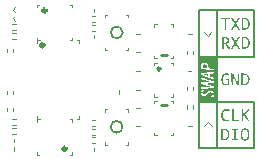
<source format=gto>
G04 Layer: TopSilkscreenLayer*
G04 EasyEDA Pro v2.2.20.32, 2024-06-04 01:45:36*
G04 Gerber Generator version 0.3*
G04 Scale: 100 percent, Rotated: No, Reflected: No*
G04 Dimensions in millimeters*
G04 Leading zeros omitted, absolute positions, 3 integers and 5 decimals*
%FSLAX35Y35*%
%MOMM*%
%ADD10C,0.172*%
%ADD11C,0.1*%
%ADD12C,0.254*%
%ADD13C,0.21*%
%ADD14C,0.3*%
G75*


G04 Text Start*
G36*
G01X1116997Y422603D02*
G01X1112701Y422391D01*
G01X1105913Y422603D01*
G01X1104216Y423664D01*
G01X1102944Y425573D01*
G01X1101883Y427270D01*
G01X1099974Y431088D01*
G01X1098701Y433209D01*
G01X1097641Y434906D01*
G01X1096792Y436603D01*
G01X1095095Y439573D01*
G01X1092974Y443391D01*
G01X1091913Y445512D01*
G01X1090853Y447209D01*
G01X1089156Y450179D01*
G01X1088520Y451451D01*
G01X1087883Y452512D01*
G01X1085338Y456967D01*
G01X1083217Y460785D01*
G01X1081520Y463754D01*
G01X1080989Y464444D01*
G01X1080247Y464391D01*
G01X1078762Y462906D01*
G01X1077701Y461209D01*
G01X1076853Y459724D01*
G01X1075792Y457815D01*
G01X1074732Y456118D01*
G01X1073883Y454633D01*
G01X1073035Y453361D01*
G01X1070489Y448906D01*
G01X1069641Y447209D01*
G01X1068792Y445724D01*
G01X1067732Y443815D01*
G01X1066671Y442118D01*
G01X1065823Y440633D01*
G01X1064762Y438724D01*
G01X1063701Y437027D01*
G01X1062853Y435542D01*
G01X1062004Y434270D01*
G01X1061156Y432785D01*
G01X1060308Y431088D01*
G01X1056914Y425149D01*
G01X1055853Y423452D01*
G01X1055217Y422391D01*
G01X1049277Y422391D01*
G01X1042914Y422603D01*
G01X1042754Y422974D01*
G01X1043126Y423664D01*
G01X1044186Y425361D01*
G01X1045247Y427270D01*
G01X1047792Y431512D01*
G01X1048853Y433209D01*
G01X1049701Y434694D01*
G01X1050762Y436603D01*
G01X1053308Y440845D01*
G01X1054368Y442542D01*
G01X1055217Y444027D01*
G01X1056277Y445936D01*
G01X1061368Y454421D01*
G01X1062429Y456118D01*
G01X1063277Y457603D01*
G01X1064338Y459512D01*
G01X1068156Y465876D01*
G01X1069217Y467573D01*
G01X1070065Y469057D01*
G01X1071126Y470967D01*
G01X1072398Y473088D01*
G01X1072823Y475209D01*
G01X1072186Y476906D01*
G01X1071126Y478603D01*
G01X1062217Y493452D01*
G01X1060095Y496845D01*
G01X1055004Y505330D01*
G01X1053944Y507027D01*
G01X1053095Y508512D01*
G01X1050974Y511906D01*
G01X1049914Y513815D01*
G01X1048853Y515512D01*
G01X1048005Y516785D01*
G01X1045883Y520179D01*
G01X1045247Y521664D01*
G01X1045035Y522512D01*
G01X1051398Y522512D01*
G01X1056383Y522300D01*
G01X1058611Y521664D01*
G01X1059883Y519967D01*
G01X1060944Y518058D01*
G01X1064762Y511694D01*
G01X1065823Y509997D01*
G01X1069217Y504058D01*
G01X1071338Y500664D01*
G01X1072186Y499179D01*
G01X1073247Y497270D01*
G01X1074520Y495148D01*
G01X1075580Y493452D01*
G01X1076429Y491967D01*
G01X1077489Y490058D01*
G01X1078762Y487936D01*
G01X1079823Y486027D01*
G01X1080353Y485444D01*
G01X1081095Y485391D01*
G01X1081838Y485815D01*
G01X1082368Y486664D01*
G01X1083429Y488573D01*
G01X1084489Y490270D01*
G01X1085338Y491755D01*
G01X1086398Y493452D01*
G01X1090217Y499815D01*
G01X1091277Y501512D01*
G01X1093823Y505967D01*
G01X1095944Y509361D01*
G01X1097004Y511270D01*
G01X1099550Y515512D01*
G01X1100610Y517209D01*
G01X1103156Y521664D01*
G01X1104906Y522300D01*
G01X1109307Y522512D01*
G01X1115671Y522300D01*
G01X1116095Y521664D01*
G01X1115247Y520179D01*
G01X1110156Y511694D01*
G01X1106974Y506603D01*
G01X1106126Y505118D01*
G01X1104004Y501724D01*
G01X1102307Y498755D01*
G01X1101247Y497058D01*
G01X1099974Y495148D01*
G01X1092338Y482421D01*
G01X1091065Y480512D01*
G01X1090217Y479027D01*
G01X1089156Y477330D01*
G01X1088307Y475421D01*
G01X1088944Y473512D01*
G01X1090217Y471391D01*
G01X1091277Y469694D01*
G01X1092126Y468209D01*
G01X1093186Y466300D01*
G01X1094459Y464179D01*
G01X1095520Y462482D01*
G01X1097217Y459512D01*
G01X1099338Y456118D01*
G01X1100186Y454633D01*
G01X1101247Y452724D01*
G01X1102520Y450603D01*
G01X1103580Y448906D01*
G01X1105277Y445936D01*
G01X1107398Y442542D01*
G01X1108247Y441058D01*
G01X1109307Y439148D01*
G01X1110368Y437452D01*
G01X1111216Y435967D01*
G01X1112065Y434694D01*
G01X1112913Y433209D01*
G01X1113974Y431300D01*
G01X1115035Y429603D01*
G01X1115883Y428330D01*
G01X1116732Y426845D01*
G01X1117792Y424936D01*
G01X1118429Y423239D01*
G01X1116997Y422603D01*
G37*
G36*
G01X1003035Y423239D02*
G01X1001285Y422603D01*
G01X996883Y422391D01*
G01X990732Y422603D01*
G01X990307Y466936D01*
G01X990307Y511058D01*
G01X976520Y511058D01*
G01X966020Y511217D01*
G01X962095Y511694D01*
G01X961618Y513073D01*
G01X961459Y515936D01*
G01X961671Y521027D01*
G01X961883Y522512D01*
G01X995823Y522512D01*
G01X1030823Y522300D01*
G01X1031883Y522088D01*
G01X1031883Y517633D01*
G01X1031671Y512118D01*
G01X1031459Y511058D01*
G01X1003459Y511058D01*
G01X1003459Y467573D01*
G01X1003035Y423239D01*
G37*
G36*
G01X1159792Y422603D02*
G01X1146004Y422391D01*
G01X1132429Y422603D01*
G01X1132331Y433845D01*
G01X1145156Y433845D01*
G01X1151095Y433845D01*
G01X1157671Y434058D01*
G01X1159156Y434270D01*
G01X1161065Y434482D01*
G01X1162762Y434906D01*
G01X1164671Y435330D01*
G01X1166792Y435967D01*
G01X1168914Y436815D01*
G01X1171247Y437876D01*
G01X1173368Y439148D01*
G01X1174853Y440209D01*
G01X1175914Y440845D01*
G01X1176974Y441694D01*
G01X1179095Y443815D01*
G01X1179944Y444876D01*
G01X1182065Y447845D01*
G01X1182914Y449330D01*
G01X1183762Y451027D01*
G01X1185671Y456118D01*
G01X1186095Y457815D01*
G01X1186308Y459300D01*
G01X1186732Y460997D01*
G01X1187156Y463118D01*
G01X1187368Y465027D01*
G01X1187580Y472664D01*
G01X1187368Y480300D01*
G01X1186944Y483694D01*
G01X1186095Y487512D01*
G01X1185883Y488997D01*
G01X1185459Y490694D01*
G01X1184186Y494088D01*
G01X1183550Y495573D01*
G01X1182701Y497270D01*
G01X1181641Y498967D01*
G01X1180792Y500239D01*
G01X1179095Y502361D01*
G01X1176974Y504482D01*
G01X1175489Y505755D01*
G01X1173580Y507027D01*
G01X1171671Y508088D01*
G01X1169762Y508936D01*
G01X1167429Y509785D01*
G01X1165308Y510421D01*
G01X1161065Y511270D01*
G01X1152792Y511482D01*
G01X1145156Y511482D01*
G01X1145156Y433845D01*
G01X1145156Y433845D01*
G01X1132331Y433845D01*
G01X1132004Y471603D01*
G01X1132216Y521452D01*
G01X1132429Y522512D01*
G01X1146641Y522512D01*
G01X1161489Y522300D01*
G01X1163611Y522088D01*
G01X1166368Y521664D01*
G01X1168701Y521027D01*
G01X1172095Y520179D01*
G01X1174005Y519543D01*
G01X1177823Y517846D01*
G01X1179308Y516997D01*
G01X1181004Y516149D01*
G01X1183126Y514876D01*
G01X1184823Y513603D01*
G01X1186944Y511906D01*
G01X1189065Y509785D01*
G01X1190762Y507664D01*
G01X1191823Y506603D01*
G01X1193520Y504058D01*
G01X1194368Y502997D01*
G01X1195217Y501512D01*
G01X1196065Y499815D01*
G01X1197338Y496845D01*
G01X1198186Y494724D01*
G01X1199035Y491967D01*
G01X1199671Y490058D01*
G01X1199883Y488361D01*
G01X1200307Y486451D01*
G01X1200732Y484118D01*
G01X1200944Y481997D01*
G01X1201156Y473936D01*
G01X1200944Y465876D01*
G01X1200732Y463542D01*
G01X1200307Y460573D01*
G01X1199671Y457815D01*
G01X1199247Y455694D01*
G01X1198823Y454209D01*
G01X1198186Y451876D01*
G01X1197338Y449542D01*
G01X1196489Y447633D01*
G01X1194792Y444239D01*
G01X1193732Y442330D01*
G01X1192459Y440421D01*
G01X1191398Y438936D01*
G01X1188853Y435755D01*
G01X1187368Y434270D01*
G01X1184398Y431724D01*
G01X1182277Y430239D01*
G01X1180368Y428967D01*
G01X1178459Y427906D01*
G01X1174641Y426209D01*
G01X1172520Y425361D01*
G01X1170823Y424724D01*
G01X1169338Y424512D01*
G01X1165095Y423452D01*
G01X1161914Y423027D01*
G01X1159792Y422603D01*
G37*
G36*
G01X1118429Y262190D02*
G01X1116997Y261554D01*
G01X1112701Y261342D01*
G01X1105913Y261554D01*
G01X1104216Y262614D01*
G01X1102944Y264523D01*
G01X1101883Y266220D01*
G01X1099974Y270039D01*
G01X1098701Y272160D01*
G01X1097641Y273857D01*
G01X1096792Y275554D01*
G01X1095095Y278523D01*
G01X1092974Y282342D01*
G01X1091913Y284463D01*
G01X1090853Y286160D01*
G01X1089156Y289129D01*
G01X1088520Y290402D01*
G01X1087883Y291463D01*
G01X1085338Y295917D01*
G01X1083217Y299736D01*
G01X1081520Y302705D01*
G01X1080989Y303395D01*
G01X1080247Y303342D01*
G01X1078762Y301857D01*
G01X1077701Y300160D01*
G01X1076853Y298675D01*
G01X1075792Y296766D01*
G01X1074732Y295069D01*
G01X1073883Y293584D01*
G01X1073035Y292311D01*
G01X1070489Y287857D01*
G01X1069641Y286160D01*
G01X1068792Y284675D01*
G01X1067732Y282766D01*
G01X1066671Y281069D01*
G01X1065823Y279584D01*
G01X1064762Y277675D01*
G01X1063701Y275978D01*
G01X1062853Y274493D01*
G01X1062004Y273220D01*
G01X1061156Y271736D01*
G01X1060308Y270039D01*
G01X1056914Y264099D01*
G01X1055853Y262402D01*
G01X1055217Y261342D01*
G01X1049277Y261342D01*
G01X1042914Y261554D01*
G01X1042754Y261925D01*
G01X1043126Y262614D01*
G01X1044186Y264311D01*
G01X1045247Y266220D01*
G01X1047792Y270463D01*
G01X1048853Y272160D01*
G01X1049701Y273645D01*
G01X1050762Y275554D01*
G01X1053308Y279796D01*
G01X1054368Y281493D01*
G01X1055217Y282978D01*
G01X1056277Y284887D01*
G01X1061368Y293372D01*
G01X1062429Y295069D01*
G01X1063277Y296554D01*
G01X1064338Y298463D01*
G01X1068156Y304827D01*
G01X1069217Y306524D01*
G01X1070065Y308008D01*
G01X1071126Y309917D01*
G01X1072398Y312039D01*
G01X1072823Y314160D01*
G01X1072186Y315857D01*
G01X1071126Y317554D01*
G01X1062217Y332402D01*
G01X1060095Y335796D01*
G01X1055004Y344281D01*
G01X1053944Y345978D01*
G01X1053095Y347463D01*
G01X1050974Y350857D01*
G01X1049914Y352766D01*
G01X1048853Y354463D01*
G01X1048005Y355736D01*
G01X1045883Y359130D01*
G01X1045247Y360614D01*
G01X1045035Y361463D01*
G01X1051398Y361463D01*
G01X1056383Y361251D01*
G01X1058611Y360614D01*
G01X1059883Y358917D01*
G01X1060944Y357008D01*
G01X1064762Y350645D01*
G01X1065823Y348948D01*
G01X1069217Y343008D01*
G01X1071338Y339615D01*
G01X1072186Y338130D01*
G01X1073247Y336221D01*
G01X1074520Y334099D01*
G01X1075580Y332402D01*
G01X1076429Y330918D01*
G01X1077489Y329008D01*
G01X1078762Y326887D01*
G01X1079823Y324978D01*
G01X1080353Y324395D01*
G01X1081095Y324342D01*
G01X1081838Y324766D01*
G01X1082368Y325615D01*
G01X1083429Y327524D01*
G01X1084489Y329221D01*
G01X1085338Y330705D01*
G01X1086398Y332402D01*
G01X1090217Y338766D01*
G01X1091277Y340463D01*
G01X1093823Y344918D01*
G01X1095944Y348311D01*
G01X1097004Y350221D01*
G01X1099550Y354463D01*
G01X1100610Y356160D01*
G01X1103156Y360614D01*
G01X1104906Y361251D01*
G01X1109307Y361463D01*
G01X1115671Y361251D01*
G01X1116095Y360614D01*
G01X1115247Y359130D01*
G01X1110156Y350645D01*
G01X1106974Y345554D01*
G01X1106126Y344069D01*
G01X1104004Y340675D01*
G01X1102307Y337705D01*
G01X1101247Y336008D01*
G01X1099974Y334099D01*
G01X1092338Y321372D01*
G01X1091065Y319463D01*
G01X1090217Y317978D01*
G01X1089156Y316281D01*
G01X1088307Y314372D01*
G01X1088944Y312463D01*
G01X1090217Y310342D01*
G01X1091277Y308645D01*
G01X1092126Y307160D01*
G01X1093186Y305251D01*
G01X1094459Y303130D01*
G01X1095520Y301433D01*
G01X1097217Y298463D01*
G01X1099338Y295069D01*
G01X1100186Y293584D01*
G01X1101247Y291675D01*
G01X1102520Y289554D01*
G01X1103580Y287857D01*
G01X1105277Y284887D01*
G01X1107398Y281493D01*
G01X1108247Y280008D01*
G01X1109307Y278099D01*
G01X1110368Y276402D01*
G01X1111216Y274917D01*
G01X1112065Y273645D01*
G01X1112913Y272160D01*
G01X1113974Y270251D01*
G01X1115035Y268554D01*
G01X1115883Y267281D01*
G01X1116732Y265796D01*
G01X1117792Y263887D01*
G01X1118429Y262190D01*
G37*
G36*
G01X1161914Y261978D02*
G01X1159792Y261554D01*
G01X1146004Y261342D01*
G01X1132429Y261554D01*
G01X1132331Y272796D01*
G01X1145156Y272796D01*
G01X1151095Y272796D01*
G01X1157671Y273008D01*
G01X1159156Y273220D01*
G01X1161065Y273433D01*
G01X1162762Y273857D01*
G01X1164671Y274281D01*
G01X1166792Y274917D01*
G01X1168914Y275766D01*
G01X1171247Y276826D01*
G01X1173368Y278099D01*
G01X1174853Y279160D01*
G01X1175914Y279796D01*
G01X1176974Y280645D01*
G01X1179095Y282766D01*
G01X1179944Y283826D01*
G01X1182065Y286796D01*
G01X1182914Y288281D01*
G01X1183762Y289978D01*
G01X1185671Y295069D01*
G01X1186095Y296766D01*
G01X1186308Y298251D01*
G01X1186732Y299948D01*
G01X1187156Y302069D01*
G01X1187368Y303978D01*
G01X1187580Y311614D01*
G01X1187368Y319251D01*
G01X1186944Y322645D01*
G01X1186095Y326463D01*
G01X1185883Y327948D01*
G01X1185459Y329645D01*
G01X1184186Y333039D01*
G01X1183550Y334524D01*
G01X1182701Y336221D01*
G01X1181641Y337918D01*
G01X1180792Y339190D01*
G01X1179095Y341311D01*
G01X1176974Y343433D01*
G01X1175489Y344705D01*
G01X1173580Y345978D01*
G01X1171671Y347039D01*
G01X1169762Y347887D01*
G01X1167429Y348736D01*
G01X1165308Y349372D01*
G01X1161065Y350221D01*
G01X1152792Y350433D01*
G01X1145156Y350433D01*
G01X1145156Y272796D01*
G01X1145156Y272796D01*
G01X1132331Y272796D01*
G01X1132004Y310554D01*
G01X1132216Y360402D01*
G01X1132429Y361463D01*
G01X1146641Y361463D01*
G01X1161489Y361251D01*
G01X1163611Y361039D01*
G01X1166368Y360614D01*
G01X1168701Y359978D01*
G01X1172095Y359130D01*
G01X1174005Y358493D01*
G01X1177823Y356796D01*
G01X1179308Y355948D01*
G01X1181004Y355099D01*
G01X1183126Y353827D01*
G01X1184823Y352554D01*
G01X1186944Y350857D01*
G01X1189065Y348736D01*
G01X1190762Y346614D01*
G01X1191823Y345554D01*
G01X1193520Y343008D01*
G01X1194368Y341948D01*
G01X1195217Y340463D01*
G01X1196065Y338766D01*
G01X1197338Y335796D01*
G01X1198186Y333675D01*
G01X1199035Y330918D01*
G01X1199671Y329008D01*
G01X1199883Y327312D01*
G01X1200307Y325402D01*
G01X1200732Y323069D01*
G01X1200944Y320948D01*
G01X1201156Y312887D01*
G01X1200944Y304827D01*
G01X1200732Y302493D01*
G01X1200307Y299523D01*
G01X1199671Y296766D01*
G01X1199247Y294645D01*
G01X1198823Y293160D01*
G01X1198186Y290826D01*
G01X1197338Y288493D01*
G01X1196489Y286584D01*
G01X1194792Y283190D01*
G01X1193732Y281281D01*
G01X1192459Y279372D01*
G01X1191398Y277887D01*
G01X1188853Y274705D01*
G01X1187368Y273220D01*
G01X1184398Y270675D01*
G01X1182277Y269190D01*
G01X1180368Y267917D01*
G01X1178459Y266857D01*
G01X1174641Y265160D01*
G01X1172520Y264311D01*
G01X1170823Y263675D01*
G01X1169338Y263463D01*
G01X1165095Y262402D01*
G01X1161914Y261978D01*
G37*
G36*
G01X1034217Y261766D02*
G01X1027429Y261342D01*
G01X1020217Y261766D01*
G01X1018944Y263251D01*
G01X1017883Y264948D01*
G01X1017035Y266433D01*
G01X1015974Y268342D01*
G01X1014914Y270039D01*
G01X1014065Y271523D01*
G01X1013005Y273433D01*
G01X1011732Y275554D01*
G01X1010671Y277463D01*
G01X1008974Y280433D01*
G01X1007914Y282342D01*
G01X1006853Y284039D01*
G01X1006004Y285523D01*
G01X1004944Y287432D01*
G01X1003883Y289129D01*
G01X1003035Y290614D01*
G01X1002186Y291887D01*
G01X999641Y296342D01*
G01X998792Y298039D01*
G01X997944Y299523D01*
G01X997095Y300796D01*
G01X996459Y302069D01*
G01X994338Y302705D01*
G01X988398Y302917D01*
G01X980550Y302917D01*
G01X980550Y282766D01*
G01X980126Y261978D01*
G01X978376Y261501D01*
G01X973974Y261342D01*
G01X967823Y261554D01*
G01X967398Y310554D01*
G01X967491Y332402D01*
G01X980550Y332402D01*
G01X980762Y314160D01*
G01X989035Y313948D01*
G01X997732Y314160D01*
G01X1000065Y314584D01*
G01X1002610Y315221D01*
G01X1004732Y316069D01*
G01X1006641Y316918D01*
G01X1008338Y317978D01*
G01X1009823Y319251D01*
G01X1010883Y320312D01*
G01X1011944Y321796D01*
G01X1012792Y323705D01*
G01X1013429Y325615D01*
G01X1013853Y327312D01*
G01X1014065Y331978D01*
G01X1013853Y337069D01*
G01X1013429Y338766D01*
G01X1013005Y340251D01*
G01X1012156Y342160D01*
G01X1010883Y344281D01*
G01X1009611Y345766D01*
G01X1008126Y346827D01*
G01X1006217Y347887D01*
G01X1004520Y348736D01*
G01X1002610Y349372D01*
G01X1000277Y349796D01*
G01X998580Y350221D01*
G01X989247Y350433D01*
G01X980550Y350433D01*
G01X980550Y332402D01*
G01X980550Y332402D01*
G01X967491Y332402D01*
G01X967610Y360402D01*
G01X967823Y361463D01*
G01X982459Y361463D01*
G01X997732Y361251D01*
G01X1000701Y361039D01*
G01X1003883Y360614D01*
G01X1006217Y359978D01*
G01X1008762Y359342D01*
G01X1012156Y358069D01*
G01X1015550Y356372D01*
G01X1017035Y355524D01*
G01X1020217Y352978D01*
G01X1021702Y351493D01*
G01X1022974Y349796D01*
G01X1024035Y348311D01*
G01X1024883Y346614D01*
G01X1025520Y345130D01*
G01X1026156Y343221D01*
G01X1026792Y341099D01*
G01X1027217Y339402D01*
G01X1027429Y337918D01*
G01X1027641Y334311D01*
G01X1027429Y330705D01*
G01X1027005Y327312D01*
G01X1026580Y325402D01*
G01X1025944Y323281D01*
G01X1025308Y321584D01*
G01X1024671Y320099D01*
G01X1023823Y318615D01*
G01X1022762Y316918D01*
G01X1021702Y315433D01*
G01X1019580Y313311D01*
G01X1017459Y311614D01*
G01X1015974Y310342D01*
G01X1014277Y309281D01*
G01X1012580Y308433D01*
G01X1011095Y307584D01*
G01X1009398Y306948D01*
G01X1008497Y306576D01*
G01X1008338Y305887D01*
G01X1009186Y303978D01*
G01X1010247Y302281D01*
G01X1011095Y300796D01*
G01X1012792Y298251D01*
G01X1013641Y296766D01*
G01X1014701Y295069D01*
G01X1017247Y290826D01*
G01X1018308Y289129D01*
G01X1020005Y286160D01*
G01X1023186Y281069D01*
G01X1032095Y266220D01*
G01X1033368Y264311D01*
G01X1034217Y262827D01*
G01X1034217Y261766D01*
G37*
G36*
G01X998013Y-351817D02*
G01X1004377Y-352029D01*
G01X1010953Y-351817D01*
G01X1013498Y-351393D01*
G01X1016256Y-351181D01*
G01X1017740Y-350969D01*
G01X1021559Y-350120D01*
G01X1023043Y-349696D01*
G01X1026437Y-348423D01*
G01X1027710Y-347575D01*
G01X1028134Y-342060D01*
G01X1027975Y-338348D01*
G01X1027498Y-336969D01*
G01X1026225Y-336969D01*
G01X1024316Y-337605D01*
G01X1021559Y-338241D01*
G01X1019225Y-338878D01*
G01X1017528Y-339302D01*
G01X1016043Y-339514D01*
G01X1012225Y-339938D01*
G01X1010104Y-340363D01*
G01X1004589Y-340575D01*
G01X999922Y-340363D01*
G01X997801Y-339938D01*
G01X994831Y-339302D01*
G01X992498Y-338453D01*
G01X990589Y-337605D01*
G01X988680Y-336544D01*
G01X986983Y-335484D01*
G01X984437Y-333363D01*
G01X982953Y-331878D01*
G01X981680Y-330393D01*
G01X980831Y-329332D01*
G01X980195Y-328272D01*
G01X979347Y-326999D01*
G01X978286Y-325090D01*
G01X977437Y-323181D01*
G01X976801Y-321696D01*
G01X976165Y-319787D01*
G01X975528Y-317666D01*
G01X975104Y-315969D01*
G01X974468Y-311514D01*
G01X974044Y-309817D01*
G01X973831Y-307484D01*
G01X973619Y-305575D01*
G01X973407Y-300484D01*
G01X973619Y-295393D01*
G01X974044Y-290726D01*
G01X974468Y-289029D01*
G01X974892Y-286484D01*
G01X975528Y-284363D01*
G01X976801Y-280545D01*
G01X978074Y-277575D01*
G01X979771Y-274605D01*
G01X980619Y-273332D01*
G01X983165Y-269938D01*
G01X985286Y-267817D01*
G01X986559Y-266757D01*
G01X987831Y-265908D01*
G01X989316Y-264848D01*
G01X991225Y-263787D01*
G01X992922Y-262939D01*
G01X994619Y-262302D01*
G01X996104Y-261878D01*
G01X997801Y-261454D01*
G01X1000134Y-261029D01*
G01X1002043Y-260605D01*
G01X1006074Y-260393D01*
G01X1010104Y-260605D01*
G01X1012225Y-261029D01*
G01X1015195Y-261454D01*
G01X1017528Y-262090D01*
G01X1019437Y-262726D01*
G01X1021134Y-263363D01*
G01X1024953Y-265060D01*
G01X1026225Y-265272D01*
G01X1027286Y-263999D01*
G01X1030680Y-257211D01*
G01X1031316Y-255514D01*
G01X1031263Y-254984D01*
G01X1030680Y-254666D01*
G01X1026225Y-252757D01*
G01X1024528Y-252120D01*
G01X1022831Y-251696D01*
G01X1018589Y-250423D01*
G01X1015619Y-249999D01*
G01X1008831Y-249151D01*
G01X1004377Y-248939D01*
G01X999922Y-249151D01*
G01X998225Y-249575D01*
G01X996316Y-249787D01*
G01X994831Y-249999D01*
G01X991437Y-250848D01*
G01X989528Y-251484D01*
G01X987407Y-252332D01*
G01X983589Y-254029D01*
G01X982104Y-254878D01*
G01X980407Y-255939D01*
G01X978286Y-257423D01*
G01X976165Y-259120D01*
G01X971498Y-263787D01*
G01X970650Y-264848D01*
G01X970013Y-265908D01*
G01X969165Y-266969D01*
G01X968316Y-268242D01*
G01X967256Y-269938D01*
G01X966195Y-271848D01*
G01X964498Y-275242D01*
G01X963862Y-277151D01*
G01X963225Y-278848D01*
G01X962589Y-280757D01*
G01X962165Y-282666D01*
G01X961528Y-284787D01*
G01X960892Y-288181D01*
G01X960468Y-291999D01*
G01X960044Y-294544D01*
G01X959831Y-301544D01*
G01X960044Y-308544D01*
G01X960468Y-311090D01*
G01X960892Y-314908D01*
G01X961528Y-317878D01*
G01X962165Y-320423D01*
G01X962801Y-322757D01*
G01X964074Y-326575D01*
G01X964922Y-328484D01*
G01X965983Y-330605D01*
G01X967044Y-332514D01*
G01X967892Y-333999D01*
G01X968741Y-335272D01*
G01X971286Y-338666D01*
G01X975528Y-342908D01*
G01X976589Y-343757D01*
G01X977650Y-344393D01*
G01X979134Y-345454D01*
G01X980831Y-346514D01*
G01X984225Y-348211D01*
G01X985710Y-348848D01*
G01X987407Y-349484D01*
G01X989740Y-350120D01*
G01X991862Y-350544D01*
G01X993559Y-350969D01*
G01X995468Y-351181D01*
G01X996953Y-351393D01*
G01X998013Y-351817D01*
G37*
G36*
G01X1133771Y-350544D02*
G01X1139922Y-350757D01*
G01X1144324Y-350544D01*
G01X1146074Y-349908D01*
G01X1146498Y-329757D01*
G01X1146657Y-315173D01*
G01X1147134Y-310029D01*
G01X1148195Y-308969D01*
G01X1149256Y-308120D01*
G01X1150316Y-307484D01*
G01X1154559Y-304090D01*
G01X1155619Y-303454D01*
G01X1156203Y-303507D01*
G01X1156680Y-304090D01*
G01X1157528Y-305575D01*
G01X1159650Y-308969D01*
G01X1160710Y-310454D01*
G01X1162831Y-313847D01*
G01X1164104Y-315757D01*
G01X1165377Y-317878D01*
G01X1169195Y-323605D01*
G01X1171316Y-326999D01*
G01X1172589Y-328908D01*
G01X1174710Y-332302D01*
G01X1175771Y-333787D01*
G01X1177468Y-336757D01*
G01X1178316Y-337817D01*
G01X1179165Y-339090D01*
G01X1180225Y-340787D01*
G01X1182771Y-344605D01*
G01X1184044Y-346726D01*
G01X1185316Y-348635D01*
G01X1186377Y-349908D01*
G01X1187862Y-350544D01*
G01X1194650Y-350757D01*
G01X1198945Y-350544D01*
G01X1200377Y-349908D01*
G01X1199953Y-348635D01*
G01X1198892Y-347151D01*
G01X1197619Y-345029D01*
G01X1196559Y-343544D01*
G01X1195710Y-342272D01*
G01X1194650Y-340575D01*
G01X1190832Y-334847D01*
G01X1189771Y-333150D01*
G01X1188922Y-331878D01*
G01X1187862Y-330181D01*
G01X1182771Y-322544D01*
G01X1181498Y-320423D01*
G01X1178953Y-316605D01*
G01X1177892Y-314908D01*
G01X1177044Y-313635D01*
G01X1175983Y-311938D01*
G01X1172165Y-306211D01*
G01X1171104Y-304514D01*
G01X1168559Y-300696D01*
G01X1167498Y-298999D01*
G01X1166225Y-297090D01*
G01X1165165Y-295393D01*
G01X1164740Y-293908D01*
G01X1165377Y-292635D01*
G01X1167922Y-289666D01*
G01X1171316Y-285423D01*
G01X1173437Y-282878D01*
G01X1176831Y-278635D01*
G01X1178104Y-277151D01*
G01X1179165Y-275666D01*
G01X1181710Y-272484D01*
G01X1182771Y-271423D01*
G01X1187013Y-266332D01*
G01X1190407Y-262090D01*
G01X1192528Y-259545D01*
G01X1194225Y-257423D01*
G01X1196771Y-254454D01*
G01X1198468Y-252332D01*
G01X1199104Y-251272D01*
G01X1197407Y-250795D01*
G01X1192316Y-250636D01*
G01X1187119Y-250795D01*
G01X1185104Y-251272D01*
G01X1180013Y-257636D01*
G01X1178953Y-258696D01*
G01X1178104Y-259757D01*
G01X1177468Y-260817D01*
G01X1174922Y-263999D01*
G01X1173862Y-265060D01*
G01X1158589Y-284151D01*
G01X1157528Y-285423D01*
G01X1156680Y-286696D01*
G01X1154134Y-289878D01*
G01X1152862Y-291575D01*
G01X1151377Y-293696D01*
G01X1150316Y-295181D01*
G01X1149468Y-296241D01*
G01X1148407Y-297726D01*
G01X1147346Y-298999D01*
G01X1146498Y-299211D01*
G01X1146286Y-297938D01*
G01X1146498Y-273969D01*
G01X1146498Y-251060D01*
G01X1145437Y-250848D01*
G01X1139074Y-250636D01*
G01X1133771Y-250636D01*
G01X1133559Y-251696D01*
G01X1133346Y-301544D01*
G01X1133771Y-350544D01*
G37*
G36*
G01X1051256Y-350544D02*
G01X1079044Y-350757D01*
G01X1099831Y-350597D01*
G01X1107044Y-350120D01*
G01X1107468Y-344605D01*
G01X1107309Y-340840D01*
G01X1106831Y-339302D01*
G01X1085195Y-338878D01*
G01X1064195Y-338878D01*
G01X1064195Y-251060D01*
G01X1063135Y-250848D01*
G01X1056559Y-250636D01*
G01X1051044Y-250636D01*
G01X1051044Y-300484D01*
G01X1051256Y-350544D01*
G37*
G36*
G01X1155190Y-515355D02*
G01X1160917Y-515779D01*
G01X1166432Y-515567D01*
G01X1168129Y-515142D01*
G01X1170250Y-514718D01*
G01X1171947Y-514294D01*
G01X1173856Y-513658D01*
G01X1175978Y-512809D01*
G01X1179796Y-510688D01*
G01X1181069Y-509627D01*
G01X1183190Y-507930D01*
G01X1186372Y-504749D01*
G01X1188068Y-502627D01*
G01X1188917Y-501355D01*
G01X1189553Y-500082D01*
G01X1190402Y-498809D01*
G01X1191250Y-497324D01*
G01X1193796Y-491385D01*
G01X1194432Y-489476D01*
G01X1194856Y-487567D01*
G01X1195493Y-485446D01*
G01X1196129Y-482900D01*
G01X1196553Y-480355D01*
G01X1196765Y-478021D01*
G01X1196978Y-476537D01*
G01X1197402Y-474840D01*
G01X1197614Y-463173D01*
G01X1197402Y-451930D01*
G01X1196978Y-450233D01*
G01X1196765Y-448324D01*
G01X1196553Y-446839D01*
G01X1195281Y-441112D01*
G01X1193372Y-435385D01*
G01X1192099Y-432415D01*
G01X1191250Y-430718D01*
G01X1190190Y-428809D01*
G01X1189129Y-427112D01*
G01X1188068Y-425839D01*
G01X1187220Y-424779D01*
G01X1186584Y-423718D01*
G01X1185735Y-422658D01*
G01X1184675Y-421597D01*
G01X1182553Y-419900D01*
G01X1180856Y-418627D01*
G01X1178735Y-417142D01*
G01X1176614Y-416082D01*
G01X1174705Y-415233D01*
G01X1173008Y-414597D01*
G01X1171523Y-414173D01*
G01X1167705Y-413324D01*
G01X1165584Y-412900D01*
G01X1160705Y-412688D01*
G01X1156675Y-412900D01*
G01X1153705Y-413324D01*
G01X1152008Y-413748D01*
G01X1149675Y-414385D01*
G01X1147341Y-415233D01*
G01X1143099Y-417355D01*
G01X1141826Y-418203D01*
G01X1140129Y-419476D01*
G01X1138008Y-421173D01*
G01X1136523Y-422870D01*
G01X1134402Y-425415D01*
G01X1132281Y-428809D01*
G01X1130584Y-432203D01*
G01X1129735Y-434324D01*
G01X1128462Y-438142D01*
G01X1127614Y-440900D01*
G01X1126977Y-443658D01*
G01X1126553Y-445567D01*
G01X1126129Y-448961D01*
G01X1125705Y-451930D01*
G01X1125281Y-456173D01*
G01X1125068Y-464870D01*
G01X1125281Y-473567D01*
G01X1125705Y-477809D01*
G01X1126129Y-480355D01*
G01X1126553Y-483749D01*
G01X1126977Y-485870D01*
G01X1127402Y-487567D01*
G01X1128038Y-489688D01*
G01X1128887Y-492233D01*
G01X1129735Y-494567D01*
G01X1131008Y-497536D01*
G01X1132068Y-499446D01*
G01X1133341Y-501567D01*
G01X1134402Y-503264D01*
G01X1135462Y-504324D01*
G01X1137159Y-506446D01*
G01X1138220Y-507506D01*
G01X1139705Y-508779D01*
G01X1143523Y-511324D01*
G01X1147341Y-513233D01*
G01X1149250Y-513870D01*
G01X1151372Y-514506D01*
G01X1155190Y-515355D01*
G37*
%LPC*%
G36*
G01X1157523Y-504112D02*
G01X1155826Y-503688D01*
G01X1153705Y-503052D01*
G01X1152008Y-502203D01*
G01X1150523Y-501355D01*
G01X1149463Y-500506D01*
G01X1148190Y-499446D01*
G01X1147129Y-498173D01*
G01X1145432Y-496052D01*
G01X1144584Y-494779D01*
G01X1143311Y-492233D01*
G01X1142675Y-490749D01*
G01X1142038Y-489052D01*
G01X1141402Y-486930D01*
G01X1140978Y-485021D01*
G01X1140553Y-483324D01*
G01X1139705Y-479082D01*
G01X1139281Y-476112D01*
G01X1139068Y-472082D01*
G01X1138856Y-469324D01*
G01X1138644Y-463385D01*
G01X1138856Y-457446D01*
G01X1139281Y-451082D01*
G01X1139705Y-448112D01*
G01X1140129Y-445991D01*
G01X1140765Y-443021D01*
G01X1141402Y-440900D01*
G01X1142038Y-438991D01*
G01X1142887Y-436870D01*
G01X1143735Y-434961D01*
G01X1144584Y-433476D01*
G01X1145432Y-432203D01*
G01X1146493Y-430930D01*
G01X1147341Y-429870D01*
G01X1147978Y-429021D01*
G01X1151159Y-426900D01*
G01X1153069Y-425839D01*
G01X1154766Y-425203D01*
G01X1156250Y-424779D01*
G01X1158372Y-424354D01*
G01X1162826Y-424142D01*
G01X1166432Y-424354D01*
G01X1168129Y-424991D01*
G01X1170038Y-425627D01*
G01X1171523Y-426264D01*
G01X1172796Y-427112D01*
G01X1174493Y-428385D01*
G01X1175978Y-429870D01*
G01X1177038Y-431354D01*
G01X1178311Y-433264D01*
G01X1179372Y-435385D01*
G01X1180220Y-437294D01*
G01X1181069Y-439627D01*
G01X1181917Y-442385D01*
G01X1182553Y-445567D01*
G01X1182978Y-448536D01*
G01X1183402Y-450233D01*
G01X1183826Y-454476D01*
G01X1184038Y-464658D01*
G01X1183826Y-474840D01*
G01X1183614Y-477173D01*
G01X1183190Y-479718D01*
G01X1182765Y-482052D01*
G01X1182553Y-484173D01*
G01X1181705Y-487567D01*
G01X1181069Y-489476D01*
G01X1180220Y-491597D01*
G01X1179372Y-493506D01*
G01X1178311Y-495415D01*
G01X1177250Y-497112D01*
G01X1176190Y-498385D01*
G01X1175129Y-499446D01*
G01X1173644Y-500718D01*
G01X1171947Y-501779D01*
G01X1170462Y-502627D01*
G01X1168129Y-503476D01*
G01X1165159Y-504112D01*
G01X1160705Y-504324D01*
G01X1157523Y-504112D01*
G37*
%LPD*%
G36*
G01X960674Y-514294D02*
G01X974038Y-514506D01*
G01X987826Y-514294D01*
G01X989947Y-513870D01*
G01X992281Y-513658D01*
G01X993765Y-513446D01*
G01X997159Y-512597D01*
G01X999068Y-512173D01*
G01X1000978Y-511536D01*
G01X1002675Y-510900D01*
G01X1004159Y-510264D01*
G01X1007129Y-508779D01*
G01X1010099Y-507082D01*
G01X1012008Y-505809D01*
G01X1013493Y-504749D01*
G01X1014341Y-503900D01*
G01X1015826Y-502627D01*
G01X1017311Y-501143D01*
G01X1019856Y-497961D01*
G01X1020917Y-496476D01*
G01X1022190Y-494567D01*
G01X1023250Y-492658D01*
G01X1024947Y-489264D01*
G01X1025796Y-487143D01*
G01X1026432Y-485446D01*
G01X1027705Y-481203D01*
G01X1028129Y-479082D01*
G01X1028766Y-476324D01*
G01X1029190Y-473355D01*
G01X1029402Y-471021D01*
G01X1029614Y-463173D01*
G01X1029402Y-455324D01*
G01X1029190Y-452991D01*
G01X1028766Y-450446D01*
G01X1028341Y-448536D01*
G01X1028129Y-446839D01*
G01X1027493Y-445142D01*
G01X1026856Y-443021D01*
G01X1024947Y-437930D01*
G01X1024099Y-436233D01*
G01X1022826Y-434112D01*
G01X1019856Y-429870D01*
G01X1018160Y-427748D01*
G01X1015614Y-425203D01*
G01X1014129Y-423930D01*
G01X1011159Y-421809D01*
G01X1009463Y-420748D01*
G01X1007766Y-419900D01*
G01X1006281Y-419051D01*
G01X1005008Y-418415D01*
G01X1003523Y-417779D01*
G01X999705Y-416506D01*
G01X997372Y-415870D01*
G01X994826Y-415233D01*
G01X992281Y-414809D01*
G01X989947Y-414597D01*
G01X974887Y-414385D01*
G01X960462Y-414385D01*
G01X960462Y-464234D01*
G01X960674Y-514294D01*
G37*
%LPC*%
G36*
G01X979553Y-503052D02*
G01X973614Y-503052D01*
G01X973614Y-425415D01*
G01X981250Y-425415D01*
G01X989523Y-425627D01*
G01X993765Y-426476D01*
G01X995887Y-427112D01*
G01X998220Y-427961D01*
G01X1000129Y-428809D01*
G01X1002038Y-429870D01*
G01X1003947Y-431142D01*
G01X1005432Y-432415D01*
G01X1007553Y-434536D01*
G01X1008402Y-435597D01*
G01X1009463Y-437082D01*
G01X1010735Y-438991D01*
G01X1011796Y-440900D01*
G01X1012644Y-442809D01*
G01X1013917Y-446203D01*
G01X1014341Y-447900D01*
G01X1014553Y-449385D01*
G01X1015402Y-453203D01*
G01X1015826Y-457021D01*
G01X1016038Y-464446D01*
G01X1015826Y-471870D01*
G01X1015614Y-473567D01*
G01X1014766Y-477385D01*
G01X1014553Y-479082D01*
G01X1014129Y-480567D01*
G01X1013493Y-482264D01*
G01X1012856Y-484173D01*
G01X1012220Y-485870D01*
G01X1010523Y-488840D01*
G01X1009463Y-490536D01*
G01X1008190Y-492021D01*
G01X1006493Y-494143D01*
G01X1005432Y-495203D01*
G01X1004372Y-496052D01*
G01X1003311Y-496688D01*
G01X1001826Y-497749D01*
G01X999705Y-499021D01*
G01X997372Y-500082D01*
G01X995250Y-500930D01*
G01X993129Y-501567D01*
G01X991220Y-501991D01*
G01X989523Y-502415D01*
G01X987614Y-502627D01*
G01X986129Y-502839D01*
G01X979553Y-503052D01*
G37*
%LPD*%
G36*
G01X1051038Y-514294D02*
G01X1077129Y-514506D01*
G01X1096644Y-514347D01*
G01X1103432Y-513870D01*
G01X1103856Y-509627D01*
G01X1103856Y-506021D01*
G01X1102796Y-505809D01*
G01X1099402Y-505597D01*
G01X1096432Y-505385D01*
G01X1089644Y-504961D01*
G01X1085402Y-504536D01*
G01X1084341Y-504112D01*
G01X1083917Y-464021D01*
G01X1083917Y-424142D01*
G01X1085402Y-424142D01*
G01X1087523Y-423930D01*
G01X1097281Y-423506D01*
G01X1101099Y-423082D01*
G01X1102796Y-422870D01*
G01X1103856Y-422870D01*
G01X1103856Y-414385D01*
G01X1050826Y-414385D01*
G01X1050826Y-422870D01*
G01X1052523Y-422870D01*
G01X1054856Y-423082D01*
G01X1058675Y-423506D01*
G01X1068008Y-423930D01*
G01X1069705Y-424142D01*
G01X1070765Y-424142D01*
G01X1070765Y-504324D01*
G01X1069705Y-504324D01*
G01X1068008Y-504536D01*
G01X1063765Y-504961D01*
G01X1056553Y-505385D01*
G01X1053584Y-505597D01*
G01X1051250Y-505597D01*
G01X1051038Y-506658D01*
G01X1050826Y-510900D01*
G01X1051038Y-514294D01*
G37*
G36*
G01X1131122Y-47939D02*
G01X1144697Y-48152D01*
G01X1158485Y-47939D01*
G01X1160607Y-47515D01*
G01X1163789Y-47091D01*
G01X1168031Y-46030D01*
G01X1169516Y-45818D01*
G01X1171213Y-45182D01*
G01X1173334Y-44333D01*
G01X1177152Y-42636D01*
G01X1179061Y-41576D01*
G01X1180970Y-40303D01*
G01X1183092Y-38818D01*
G01X1186061Y-36273D01*
G01X1187546Y-34788D01*
G01X1190092Y-31606D01*
G01X1191152Y-30121D01*
G01X1192425Y-28212D01*
G01X1193486Y-26303D01*
G01X1195183Y-22909D01*
G01X1196031Y-21000D01*
G01X1196879Y-18667D01*
G01X1197516Y-16333D01*
G01X1197940Y-14848D01*
G01X1198364Y-12727D01*
G01X1199001Y-9970D01*
G01X1199425Y-7000D01*
G01X1199637Y-4666D01*
G01X1199849Y3394D01*
G01X1199637Y11455D01*
G01X1199425Y13576D01*
G01X1199001Y15909D01*
G01X1198576Y17818D01*
G01X1198364Y19515D01*
G01X1197728Y21424D01*
G01X1196879Y24182D01*
G01X1196031Y26303D01*
G01X1194758Y29273D01*
G01X1193910Y30970D01*
G01X1193061Y32455D01*
G01X1192213Y33515D01*
G01X1190516Y36061D01*
G01X1189455Y37121D01*
G01X1187758Y39242D01*
G01X1185637Y41364D01*
G01X1183516Y43061D01*
G01X1181819Y44333D01*
G01X1179698Y45606D01*
G01X1178001Y46455D01*
G01X1176516Y47303D01*
G01X1172698Y49000D01*
G01X1170789Y49636D01*
G01X1167395Y50485D01*
G01X1165061Y51121D01*
G01X1162304Y51545D01*
G01X1160182Y51758D01*
G01X1145334Y51970D01*
G01X1131122Y51970D01*
G01X1130910Y50909D01*
G01X1130698Y1061D01*
G01X1131122Y-47939D01*
G37*
%LPC*%
G36*
G01X1149788Y-36697D02*
G01X1143849Y-36697D01*
G01X1143849Y40939D01*
G01X1151485Y40939D01*
G01X1159758Y40727D01*
G01X1164001Y39879D01*
G01X1166122Y39242D01*
G01X1168455Y38394D01*
G01X1170364Y37546D01*
G01X1172273Y36485D01*
G01X1174183Y35212D01*
G01X1175667Y33939D01*
G01X1177789Y31818D01*
G01X1179486Y29697D01*
G01X1180334Y28424D01*
G01X1181395Y26727D01*
G01X1182243Y25030D01*
G01X1182880Y23546D01*
G01X1184152Y20152D01*
G01X1184576Y18455D01*
G01X1184789Y16970D01*
G01X1185637Y13152D01*
G01X1186061Y9758D01*
G01X1186273Y2121D01*
G01X1186061Y-5515D01*
G01X1185849Y-7424D01*
G01X1185425Y-9545D01*
G01X1185001Y-11242D01*
G01X1184789Y-12727D01*
G01X1184364Y-14424D01*
G01X1182455Y-19515D01*
G01X1181607Y-21212D01*
G01X1180758Y-22697D01*
G01X1178637Y-25667D01*
G01X1177789Y-26727D01*
G01X1175667Y-28848D01*
G01X1174607Y-29697D01*
G01X1173546Y-30333D01*
G01X1172061Y-31394D01*
G01X1169940Y-32667D01*
G01X1167607Y-33727D01*
G01X1165485Y-34576D01*
G01X1163364Y-35212D01*
G01X1161455Y-35636D01*
G01X1159758Y-36061D01*
G01X1157849Y-36273D01*
G01X1156364Y-36485D01*
G01X1149788Y-36697D01*
G37*
%LPD*%
G36*
G01X994091Y-49212D02*
G01X1000031Y-49424D01*
G01X1006182Y-49212D01*
G01X1008728Y-48788D01*
G01X1011485Y-48576D01*
G01X1015940Y-47939D01*
G01X1020182Y-46879D01*
G01X1022940Y-46030D01*
G01X1025485Y-45182D01*
G01X1027607Y-44333D01*
G01X1028243Y-37970D01*
G01X1028455Y-19727D01*
G01X1028455Y4455D01*
G01X1027395Y4667D01*
G01X1012970Y4879D01*
G01X999607Y4879D01*
G01X999394Y3818D01*
G01X999182Y-1697D01*
G01X999182Y-6151D01*
G01X1000243Y-6363D01*
G01X1008516Y-6576D01*
G01X1015728Y-6576D01*
G01X1015728Y-36273D01*
G01X1014031Y-36485D01*
G01X1011698Y-36909D01*
G01X1010213Y-37121D01*
G01X1008516Y-37545D01*
G01X1001940Y-37970D01*
G01X995364Y-37545D01*
G01X993243Y-36909D01*
G01X991334Y-36273D01*
G01X990061Y-35636D01*
G01X988576Y-34788D01*
G01X986667Y-33515D01*
G01X985182Y-32242D01*
G01X984122Y-31182D01*
G01X982849Y-29697D01*
G01X981788Y-28000D01*
G01X980940Y-26727D01*
G01X980092Y-25242D01*
G01X979243Y-23333D01*
G01X978395Y-21000D01*
G01X977758Y-19091D01*
G01X977334Y-17394D01*
G01X976698Y-15060D01*
G01X976273Y-12939D01*
G01X976061Y-11454D01*
G01X975637Y-7212D01*
G01X975213Y-3818D01*
G01X975001Y2333D01*
G01X975213Y8485D01*
G01X975637Y11455D01*
G01X976061Y15697D01*
G01X976910Y19515D01*
G01X977546Y21636D01*
G01X978395Y23970D01*
G01X979031Y25667D01*
G01X979667Y27152D01*
G01X980516Y28849D01*
G01X981788Y30970D01*
G01X984334Y34364D01*
G01X985819Y35849D01*
G01X987940Y37546D01*
G01X989213Y38394D01*
G01X990698Y39242D01*
G01X992395Y40091D01*
G01X993879Y40727D01*
G01X995576Y41152D01*
G01X997698Y41576D01*
G01X999394Y42000D01*
G01X1003001Y42212D01*
G01X1006607Y42000D01*
G01X1010849Y41152D01*
G01X1012334Y40727D01*
G01X1017425Y38818D01*
G01X1019122Y37970D01*
G01X1020607Y37121D01*
G01X1021667Y36697D01*
G01X1022304Y37546D01*
G01X1022940Y39030D01*
G01X1023789Y40727D01*
G01X1024637Y42636D01*
G01X1026546Y47091D01*
G01X1026493Y47621D01*
G01X1025910Y47939D01*
G01X1019970Y50485D01*
G01X1018273Y51121D01*
G01X1016152Y51758D01*
G01X1014243Y52182D01*
G01X1009152Y53030D01*
G01X1005758Y53455D01*
G01X1001940Y53667D01*
G01X998122Y53455D01*
G01X996425Y53030D01*
G01X994516Y52818D01*
G01X993031Y52606D01*
G01X991122Y51970D01*
G01X989001Y51333D01*
G01X987516Y50697D01*
G01X985819Y50061D01*
G01X984334Y49424D01*
G01X982849Y48576D01*
G01X981364Y47515D01*
G01X978819Y45818D01*
G01X977758Y44758D01*
G01X976061Y43485D01*
G01X974576Y42000D01*
G01X972879Y39879D01*
G01X971607Y38182D01*
G01X970122Y36061D01*
G01X967576Y31818D01*
G01X966728Y29909D01*
G01X966092Y28424D01*
G01X965455Y26727D01*
G01X964819Y24818D01*
G01X963546Y20576D01*
G01X963122Y18667D01*
G01X962910Y16970D01*
G01X962486Y14849D01*
G01X962061Y11879D01*
G01X961849Y8273D01*
G01X961637Y5515D01*
G01X961425Y1485D01*
G01X961637Y-2545D01*
G01X962061Y-9757D01*
G01X962486Y-12727D01*
G01X963334Y-16970D01*
G01X964182Y-20364D01*
G01X965455Y-24182D01*
G01X966092Y-25879D01*
G01X966940Y-27788D01*
G01X967789Y-29485D01*
G01X968849Y-31394D01*
G01X970122Y-33515D01*
G01X971395Y-35424D01*
G01X972455Y-36909D01*
G01X976698Y-41152D01*
G01X978182Y-42424D01*
G01X980304Y-43909D01*
G01X982425Y-45182D01*
G01X985819Y-46879D01*
G01X987940Y-47515D01*
G01X989849Y-48152D01*
G01X991546Y-48576D01*
G01X993031Y-48788D01*
G01X994091Y-49212D01*
G37*
G36*
G01X1047122Y-47939D02*
G01X1052849Y-48152D01*
G01X1058152Y-48152D01*
G01X1058364Y-47091D01*
G01X1058576Y-13788D01*
G01X1058364Y19091D01*
G01X1057940Y29273D01*
G01X1057728Y31818D01*
G01X1057834Y33197D01*
G01X1058152Y33515D01*
G01X1059001Y32243D01*
G01X1060486Y29273D01*
G01X1061122Y27788D01*
G01X1061970Y25879D01*
G01X1064728Y20364D01*
G01X1065576Y18455D01*
G01X1066849Y15909D01*
G01X1067486Y14424D01*
G01X1068334Y12727D01*
G01X1069183Y10818D01*
G01X1071728Y5727D01*
G01X1072576Y3818D01*
G01X1074273Y424D01*
G01X1075122Y-1485D01*
G01X1075970Y-3182D01*
G01X1076819Y-5091D01*
G01X1079576Y-10606D01*
G01X1080425Y-12515D01*
G01X1081698Y-15060D01*
G01X1082334Y-16545D01*
G01X1084667Y-21212D01*
G01X1085304Y-22697D01*
G01X1086152Y-24394D01*
G01X1087001Y-26303D01*
G01X1088698Y-29697D01*
G01X1090395Y-33515D01*
G01X1093789Y-40303D01*
G01X1094637Y-42212D01*
G01X1096334Y-45606D01*
G01X1097182Y-47091D01*
G01X1098667Y-47939D01*
G01X1105667Y-48152D01*
G01X1110228Y-47939D01*
G01X1112031Y-47303D01*
G01X1112455Y2333D01*
G01X1112296Y39030D01*
G01X1111819Y51545D01*
G01X1105879Y51970D01*
G01X1100576Y51970D01*
G01X1100364Y50909D01*
G01X1100152Y21424D01*
G01X1100364Y-7636D01*
G01X1100789Y-20788D01*
G01X1101001Y-25242D01*
G01X1100895Y-28053D01*
G01X1100576Y-28848D01*
G01X1099728Y-27576D01*
G01X1096334Y-20788D01*
G01X1094637Y-16970D01*
G01X1090395Y-8485D01*
G01X1089122Y-5515D01*
G01X1086789Y-848D01*
G01X1086152Y637D01*
G01X1085304Y2546D01*
G01X1081910Y9333D01*
G01X1080213Y13152D01*
G01X1076819Y19940D01*
G01X1075970Y21849D01*
G01X1075122Y23546D01*
G01X1074273Y25455D01*
G01X1070667Y32667D01*
G01X1070031Y34152D01*
G01X1069183Y36061D01*
G01X1066425Y41576D01*
G01X1065576Y43485D01*
G01X1064940Y44970D01*
G01X1062395Y50061D01*
G01X1061334Y51545D01*
G01X1053698Y51970D01*
G01X1046698Y51970D01*
G01X1046698Y2121D01*
G01X1047122Y-47939D01*
G37*
G36*
G01X929998Y-150000D02*
G01X761574Y-150000D01*
G01X761574Y-109060D01*
G01X786816Y-109060D01*
G01X786816Y-111606D01*
G01X787028Y-114363D01*
G01X787240Y-115848D01*
G01X787877Y-117969D01*
G01X788725Y-120515D01*
G01X789574Y-122636D01*
G01X790634Y-124545D01*
G01X791695Y-126030D01*
G01X792968Y-127727D01*
G01X795513Y-130273D01*
G01X796574Y-131121D01*
G01X797634Y-131757D01*
G01X799119Y-132818D01*
G01X801241Y-134091D01*
G01X803574Y-135151D01*
G01X806119Y-136000D01*
G01X808665Y-136636D01*
G01X810574Y-137060D01*
G01X814392Y-137485D01*
G01X816725Y-137697D01*
G01X819059Y-137485D01*
G01X820968Y-137273D01*
G01X823089Y-136848D01*
G01X825210Y-136212D01*
G01X827119Y-135576D01*
G01X828392Y-134939D01*
G01X829877Y-134303D01*
G01X831786Y-133242D01*
G01X835604Y-130697D01*
G01X837089Y-129636D01*
G01X838150Y-128788D01*
G01X839847Y-127515D01*
G01X841332Y-126242D01*
G01X842392Y-125394D01*
G01X843453Y-124333D01*
G01X845574Y-122636D01*
G01X846635Y-121576D01*
G01X848332Y-120303D01*
G01X849816Y-118818D01*
G01X851938Y-117121D01*
G01X853210Y-116060D01*
G01X854483Y-115212D01*
G01X855968Y-114151D01*
G01X857877Y-112879D01*
G01X859786Y-111818D01*
G01X863180Y-110121D01*
G01X864877Y-109485D01*
G01X866574Y-109060D01*
G01X868483Y-108848D01*
G01X871453Y-108424D01*
G01X872938Y-108636D01*
G01X876756Y-109060D01*
G01X878665Y-109697D01*
G01X880998Y-110545D01*
G01X882907Y-111606D01*
G01X884392Y-112666D01*
G01X886513Y-114788D01*
G01X887362Y-115848D01*
G01X887998Y-117121D01*
G01X888634Y-118606D01*
G01X889059Y-120091D01*
G01X889483Y-122212D01*
G01X889483Y-124333D01*
G01X889271Y-125818D01*
G01X888847Y-127515D01*
G01X887998Y-129212D01*
G01X886725Y-131121D01*
G01X884816Y-132818D01*
G01X883119Y-133879D01*
G01X881422Y-134727D01*
G01X879301Y-135576D01*
G01X876331Y-136212D01*
G01X872938Y-136636D01*
G01X871771Y-137060D01*
G01X871241Y-137909D01*
G01X871028Y-140666D01*
G01X871241Y-143000D01*
G01X871453Y-146606D01*
G01X871453Y-149576D01*
G01X871453Y-149576D01*
G01X877604Y-149576D01*
G01X884392Y-149151D01*
G01X885877Y-148515D01*
G01X887574Y-147879D01*
G01X889483Y-147030D01*
G01X890968Y-146182D01*
G01X893938Y-144060D01*
G01X894998Y-143000D01*
G01X896059Y-141727D01*
G01X897119Y-140666D01*
G01X898392Y-139182D01*
G01X899665Y-137060D01*
G01X900725Y-134727D01*
G01X901574Y-132182D01*
G01X902634Y-126879D01*
G01X902847Y-123060D01*
G01X902422Y-118606D01*
G01X901574Y-115212D01*
G01X900937Y-113303D01*
G01X900301Y-111818D01*
G01X899665Y-110757D01*
G01X899028Y-109485D01*
G01X897968Y-107788D01*
G01X896483Y-105666D01*
G01X894786Y-103545D01*
G01X892877Y-101848D01*
G01X891392Y-100575D01*
G01X890119Y-99515D01*
G01X886725Y-97394D01*
G01X885028Y-96545D01*
G01X882907Y-95697D01*
G01X880574Y-94848D01*
G01X878241Y-94212D01*
G01X876331Y-93787D01*
G01X872089Y-93363D01*
G01X869119Y-93151D01*
G01X866150Y-93363D01*
G01X864665Y-93575D01*
G01X862968Y-94000D01*
G01X859150Y-95272D01*
G01X857453Y-95909D01*
G01X855968Y-96545D01*
G01X852998Y-98242D01*
G01X849604Y-100363D01*
G01X847483Y-102060D01*
G01X844089Y-104606D01*
G01X841968Y-106727D01*
G01X840271Y-108000D01*
G01X838786Y-109485D01*
G01X836665Y-111182D01*
G01X835604Y-112242D01*
G01X833907Y-113515D01*
G01X832423Y-114788D01*
G01X831362Y-115636D01*
G01X829877Y-116697D01*
G01X827968Y-117969D01*
G01X826271Y-119030D01*
G01X822877Y-120727D01*
G01X821180Y-121363D01*
G01X819059Y-122000D01*
G01X814392Y-122424D01*
G01X809938Y-122000D01*
G01X808028Y-121363D01*
G01X806331Y-120727D01*
G01X805059Y-119879D01*
G01X802937Y-117757D01*
G01X801877Y-116272D01*
G01X801028Y-114576D01*
G01X800604Y-113091D01*
G01X800392Y-111606D01*
G01X800180Y-109060D01*
G01X800392Y-106515D01*
G01X801028Y-104818D01*
G01X802301Y-102697D01*
G01X804210Y-101000D01*
G01X806331Y-99939D01*
G01X808665Y-99303D01*
G01X810574Y-98878D01*
G01X813331Y-98666D01*
G01X814976Y-98454D01*
G01X815665Y-97818D01*
G01X815665Y-96333D01*
G01X815241Y-87424D01*
G01X814816Y-85939D01*
G01X813703Y-85303D01*
G01X810786Y-85091D01*
G01X806331Y-85303D01*
G01X804634Y-85727D01*
G01X802301Y-86363D01*
G01X800180Y-87212D01*
G01X798271Y-88060D01*
G01X796786Y-88909D01*
G01X795301Y-89969D01*
G01X793816Y-91242D01*
G01X792756Y-92303D01*
G01X791483Y-93787D01*
G01X790422Y-95484D01*
G01X788725Y-98878D01*
G01X788089Y-100788D01*
G01X787453Y-102909D01*
G01X787028Y-106091D01*
G01X786816Y-109060D01*
G01X761574Y-109060D01*
G01X761574Y-63878D01*
G01X788301Y-63878D01*
G01X788301Y-78727D01*
G01X791695Y-78727D01*
G01X795725Y-78515D01*
G01X799544Y-78091D01*
G01X809301Y-77666D01*
G01X814392Y-77242D01*
G01X822453Y-76818D01*
G01X833483Y-76394D01*
G01X837301Y-75969D01*
G01X846635Y-75545D01*
G01X851726Y-75121D01*
G01X859362Y-74697D01*
G01X870816Y-74272D01*
G01X874210Y-73848D01*
G01X883544Y-73424D01*
G01X889483Y-73000D01*
G01X896695Y-72575D01*
G01X899241Y-72363D01*
G01X901150Y-72363D01*
G01X901150Y-65363D01*
G01X900937Y-60113D01*
G01X900301Y-58363D01*
G01X898816Y-57939D01*
G01X896907Y-57303D01*
G01X894786Y-56666D01*
G01X889059Y-54757D01*
G01X887362Y-54333D01*
G01X885453Y-53697D01*
G01X883119Y-53060D01*
G01X881422Y-52424D01*
G01X879513Y-51788D01*
G01X877392Y-51151D01*
G01X875483Y-50515D01*
G01X873786Y-50091D01*
G01X872301Y-49666D01*
G01X870604Y-49030D01*
G01X868907Y-48606D01*
G01X867422Y-48182D01*
G01X861695Y-46272D01*
G01X859574Y-45636D01*
G01X857665Y-45000D01*
G01X855968Y-44575D01*
G01X854059Y-43939D01*
G01X851301Y-43091D01*
G01X849180Y-42454D01*
G01X847271Y-41818D01*
G01X844513Y-40969D01*
G01X842392Y-40333D01*
G01X840483Y-39697D01*
G01X837726Y-38848D01*
G01X831362Y-36939D01*
G01X829453Y-36303D01*
G01X826907Y-35666D01*
G01X824998Y-35030D01*
G01X822930Y-34447D01*
G01X822877Y-33969D01*
G01X825635Y-33492D01*
G01X833483Y-33333D01*
G01X844513Y-33121D01*
G01X849180Y-32697D01*
G01X861907Y-32272D01*
G01X868695Y-31848D01*
G01X878877Y-31424D01*
G01X893725Y-31000D01*
G01X898392Y-30576D01*
G01X900089Y-30363D01*
G01X901150Y-30363D01*
G01X901150Y-16788D01*
G01X899877Y-16363D01*
G01X897756Y-15727D01*
G01X896271Y-15303D01*
G01X894574Y-14666D01*
G01X892453Y-14030D01*
G01X890756Y-13394D01*
G01X888847Y-12757D01*
G01X886725Y-12121D01*
G01X884816Y-11485D01*
G01X883119Y-11060D01*
G01X881422Y-10424D01*
G01X878877Y-9576D01*
G01X876756Y-8939D01*
G01X871028Y-7030D01*
G01X868907Y-6394D01*
G01X867210Y-5757D01*
G01X865301Y-5121D01*
G01X863604Y-4697D01*
G01X857877Y-2788D01*
G01X855119Y-1939D01*
G01X852998Y-1303D01*
G01X851301Y-666D01*
G01X848756Y182D01*
G01X845998Y1030D01*
G01X843453Y1879D01*
G01X841332Y2515D01*
G01X839847Y2940D01*
G01X838150Y3576D01*
G01X835604Y4424D01*
G01X833483Y5061D01*
G01X829665Y6333D01*
G01X826695Y7182D01*
G01X822877Y8455D01*
G01X821180Y9091D01*
G01X819059Y9727D01*
G01X817362Y10364D01*
G01X815453Y11000D01*
G01X813331Y11637D01*
G01X811422Y12273D01*
G01X809725Y12697D01*
G01X808028Y13334D01*
G01X805483Y14182D01*
G01X803362Y14818D01*
G01X801453Y15455D01*
G01X798695Y16303D01*
G01X796574Y16940D01*
G01X792756Y18212D01*
G01X791059Y18849D01*
G01X789150Y19485D01*
G01X788301Y19697D01*
G01X788301Y4849D01*
G01X789574Y4424D01*
G01X791907Y3788D01*
G01X793604Y3364D01*
G01X795513Y2727D01*
G01X798059Y2091D01*
G01X799968Y1455D01*
G01X801453Y1030D01*
G01X803150Y606D01*
G01X805483Y-30D01*
G01X809725Y-1303D01*
G01X812059Y-1939D01*
G01X813756Y-2363D01*
G01X815241Y-2788D01*
G01X817362Y-3424D01*
G01X819695Y-4060D01*
G01X821816Y-4697D01*
G01X823726Y-5121D01*
G01X827968Y-6394D01*
G01X831362Y-7242D01*
G01X835604Y-8515D01*
G01X837301Y-8939D01*
G01X839210Y-9576D01*
G01X840907Y-10000D01*
G01X842392Y-10424D01*
G01X844513Y-11060D01*
G01X846847Y-11697D01*
G01X848544Y-12121D01*
G01X850029Y-12545D01*
G01X852150Y-13182D01*
G01X854483Y-13818D01*
G01X856604Y-14454D01*
G01X858513Y-14879D01*
G01X862756Y-16151D01*
G01X865725Y-17000D01*
G01X867847Y-17636D01*
G01X870816Y-18485D01*
G01X872938Y-19333D01*
G01X873256Y-19704D01*
G01X872938Y-19969D01*
G01X871241Y-20394D01*
G01X847907Y-20818D01*
G01X830938Y-21242D01*
G01X808453Y-21666D01*
G01X798271Y-21879D01*
G01X788725Y-21879D01*
G01X788513Y-22939D01*
G01X788301Y-30576D01*
G01X788301Y-37151D01*
G01X789362Y-37363D01*
G01X791059Y-37788D01*
G01X792968Y-38424D01*
G01X795513Y-39060D01*
G01X797422Y-39697D01*
G01X798907Y-40121D01*
G01X800604Y-40545D01*
G01X802937Y-41182D01*
G01X805059Y-41818D01*
G01X806544Y-42242D01*
G01X808241Y-42666D01*
G01X810574Y-43303D01*
G01X812695Y-43939D01*
G01X815665Y-44788D01*
G01X817786Y-45424D01*
G01X824786Y-47333D01*
G01X826695Y-47969D01*
G01X828392Y-48394D01*
G01X830301Y-48818D01*
G01X832423Y-49454D01*
G01X834332Y-50091D01*
G01X836029Y-50515D01*
G01X837938Y-50939D01*
G01X839847Y-51575D01*
G01X841332Y-52000D01*
G01X843029Y-52424D01*
G01X845362Y-53060D01*
G01X847483Y-53697D01*
G01X850453Y-54545D01*
G01X852574Y-55181D01*
G01X859574Y-57091D01*
G01X861483Y-57727D01*
G01X863180Y-58151D01*
G01X865089Y-58575D01*
G01X866998Y-59212D01*
G01X869968Y-60060D01*
G01X873150Y-61015D01*
G01X873362Y-61545D01*
G01X872301Y-62022D01*
G01X869544Y-62181D01*
G01X865301Y-62394D01*
G01X846210Y-62818D01*
G01X809725Y-63242D01*
G01X801665Y-63666D01*
G01X794665Y-63878D01*
G01X794665Y-63878D01*
G01X788301Y-63878D01*
G01X761574Y-63878D01*
G01X761574Y47697D01*
G01X788301Y47697D01*
G01X788301Y40485D01*
G01X789362Y40061D01*
G01X791271Y39212D01*
G01X798059Y36667D01*
G01X800180Y35819D01*
G01X802513Y34970D01*
G01X804422Y34334D01*
G01X812907Y31152D01*
G01X815028Y30303D01*
G01X817362Y29455D01*
G01X819271Y28818D01*
G01X820968Y28182D01*
G01X823089Y27334D01*
G01X827756Y25637D01*
G01X829877Y24788D01*
G01X833271Y23515D01*
G01X835180Y22879D01*
G01X843665Y19697D01*
G01X845150Y19061D01*
G01X848544Y17788D01*
G01X850029Y17364D01*
G01X851726Y16727D01*
G01X854059Y15879D01*
G01X858301Y14182D01*
G01X860635Y13334D01*
G01X862544Y12697D01*
G01X867635Y10788D01*
G01X869756Y9940D01*
G01X874422Y8243D01*
G01X876331Y7606D01*
G01X877816Y6970D01*
G01X887998Y3152D01*
G01X890119Y2303D01*
G01X892453Y1455D01*
G01X894362Y818D01*
G01X899453Y-1091D01*
G01X899453Y-1091D01*
G01X900725Y-1515D01*
G01X901150Y5909D01*
G01X900937Y11531D01*
G01X900301Y13546D01*
G01X898816Y13970D01*
G01X897119Y14606D01*
G01X895210Y15243D01*
G01X893513Y15879D01*
G01X889695Y17152D01*
G01X887998Y17788D01*
G01X886513Y18212D01*
G01X884816Y18849D01*
G01X882483Y19697D01*
G01X877392Y21394D01*
G01X875059Y22243D01*
G01X872938Y22879D01*
G01X871241Y23515D01*
G01X869756Y24152D01*
G01X868271Y24576D01*
G01X865089Y25637D01*
G01X865089Y49394D01*
G01X866150Y49394D01*
G01X867847Y49606D01*
G01X873362Y50031D01*
G01X876331Y50455D01*
G01X880998Y50879D01*
G01X886513Y51303D01*
G01X888634Y51728D01*
G01X892028Y51940D01*
G01X894574Y52152D01*
G01X897544Y52576D01*
G01X899453Y52788D01*
G01X900460Y53053D01*
G01X900937Y53849D01*
G01X901150Y61273D01*
G01X901150Y67637D01*
G01X899665Y67637D01*
G01X893301Y67000D01*
G01X888210Y66576D01*
G01X886089Y66152D01*
G01X883119Y65940D01*
G01X880998Y65728D01*
G01X878453Y65303D01*
G01X875695Y65091D01*
G01X874210Y64879D01*
G01X869119Y64455D01*
G01X866998Y64031D01*
G01X864028Y63819D01*
G01X861907Y63606D01*
G01X858938Y63182D01*
G01X855544Y62758D01*
G01X849604Y62334D01*
G01X847907Y61909D01*
G01X845362Y61697D01*
G01X843241Y61485D01*
G01X836453Y60637D01*
G01X830513Y60212D01*
G01X828816Y59788D01*
G01X826271Y59576D01*
G01X819907Y58940D01*
G01X817362Y58516D01*
G01X813968Y58303D01*
G01X811847Y58091D01*
G01X809725Y57667D01*
G01X807180Y57455D01*
G01X805483Y57243D01*
G01X800816Y56819D01*
G01X798271Y56394D01*
G01X794877Y56182D01*
G01X792756Y55970D01*
G01X790634Y55546D01*
G01X788725Y55122D01*
G01X788301Y47697D01*
G01X761574Y47697D01*
G01X761574Y105182D01*
G01X788301Y105182D01*
G01X788301Y91394D01*
G01X790210Y91182D01*
G01X793604Y90758D01*
G01X795725Y90334D01*
G01X799544Y89909D01*
G01X801241Y89485D01*
G01X803362Y89273D01*
G01X805059Y89061D01*
G01X806968Y88849D01*
G01X809089Y88425D01*
G01X812059Y88000D01*
G01X814816Y87788D01*
G01X816938Y87364D01*
G01X819907Y86940D01*
G01X822241Y86728D01*
G01X823726Y86515D01*
G01X825847Y86091D01*
G01X828392Y85879D01*
G01X830089Y85667D01*
G01X832210Y85243D01*
G01X835180Y84818D01*
G01X837513Y84606D01*
G01X838998Y84394D01*
G01X840695Y83970D01*
G01X843029Y83758D01*
G01X844938Y83546D01*
G01X848332Y83122D01*
G01X850029Y82697D01*
G01X852362Y82485D01*
G01X854483Y82061D01*
G01X857453Y81637D01*
G01X860210Y81425D01*
G01X863180Y81000D01*
G01X865301Y80576D01*
G01X867635Y80364D01*
G01X869119Y80152D01*
G01X871241Y79728D01*
G01X873574Y79515D01*
G01X875059Y79303D01*
G01X878453Y78879D01*
G01X880150Y78455D01*
G01X882483Y78243D01*
G01X884392Y78031D01*
G01X886513Y77606D01*
G01X888847Y77394D01*
G01X890331Y77182D01*
G01X893725Y76758D01*
G01X895422Y76334D01*
G01X897756Y76122D01*
G01X899665Y75909D01*
G01X899665Y75909D01*
G01X900725Y75697D01*
G01X901150Y82697D01*
G01X901150Y89697D01*
G01X899665Y89909D01*
G01X897119Y90121D01*
G01X895422Y90334D01*
G01X893725Y90758D01*
G01X891604Y90970D01*
G01X886513Y91606D01*
G01X884816Y92031D01*
G01X882483Y92243D01*
G01X880574Y92455D01*
G01X878453Y92879D01*
G01X875059Y93303D01*
G01X871877Y93728D01*
G01X869968Y94152D01*
G01X865725Y94576D01*
G01X863180Y95000D01*
G01X859786Y95424D01*
G01X856816Y95849D01*
G01X854695Y96273D01*
G01X853422Y96697D01*
G01X852945Y98129D01*
G01X852786Y102000D01*
G01X852574Y107727D01*
G01X852150Y113243D01*
G01X851301Y117061D01*
G01X850877Y118758D01*
G01X850241Y120667D01*
G01X849604Y122364D01*
G01X848756Y124273D01*
G01X847695Y126394D01*
G01X846635Y128303D01*
G01X845574Y129788D01*
G01X843029Y133182D01*
G01X840907Y135303D01*
G01X838362Y137424D01*
G01X836877Y138485D01*
G01X835392Y139333D01*
G01X833907Y140394D01*
G01X831786Y141455D01*
G01X829453Y142303D01*
G01X825635Y143576D01*
G01X823301Y144000D01*
G01X821604Y144212D01*
G01X817786Y144636D01*
G01X814392Y144849D01*
G01X810998Y144636D01*
G01X808028Y144212D01*
G01X804634Y143364D01*
G01X803150Y142727D01*
G01X801241Y141667D01*
G01X799119Y140394D01*
G01X797634Y139121D01*
G01X794453Y135940D01*
G01X793604Y134879D01*
G01X792968Y133606D01*
G01X792119Y132121D01*
G01X790422Y128303D01*
G01X789786Y126394D01*
G01X789150Y123849D01*
G01X788725Y121303D01*
G01X788513Y119606D01*
G01X788301Y105182D01*
G01X761574Y105182D01*
G01X761574Y148667D01*
G01X929998Y148667D01*
G01X929998Y-150000D01*
G37*
G36*
G01X851513Y38788D02*
G01X851301Y32743D01*
G01X850665Y30728D01*
G01X848968Y31152D01*
G01X845574Y32425D01*
G01X841756Y33697D01*
G01X837089Y35394D01*
G01X833271Y36667D01*
G01X831574Y37303D01*
G01X830089Y37728D01*
G01X828392Y38364D01*
G01X826059Y39212D01*
G01X820968Y40909D01*
G01X818847Y41546D01*
G01X817362Y41970D01*
G01X815453Y42606D01*
G01X813119Y43455D01*
G01X812483Y43826D01*
G01X812695Y44091D01*
G01X816513Y44516D01*
G01X821180Y44940D01*
G01X826695Y45364D01*
G01X833059Y45788D01*
G01X835180Y46213D01*
G01X838150Y46425D01*
G01X840271Y46637D01*
G01X843665Y47061D01*
G01X847483Y47485D01*
G01X850029Y47697D01*
G01X851407Y47591D01*
G01X851726Y47273D01*
G01X851513Y38788D01*
G37*
G36*
G01X839210Y103485D02*
G01X838998Y98818D01*
G01X837301Y98606D01*
G01X835180Y98818D01*
G01X832210Y99243D01*
G01X829665Y99667D01*
G01X826271Y100091D01*
G01X824150Y100515D01*
G01X816513Y101364D01*
G01X814816Y101788D01*
G01X812695Y102000D01*
G01X810998Y102212D01*
G01X808877Y102637D01*
G01X806544Y102849D01*
G01X805059Y103061D01*
G01X803362Y103273D01*
G01X801877Y103909D01*
G01X801453Y110697D01*
G01X801665Y117485D01*
G01X802089Y119182D01*
G01X802725Y121303D01*
G01X803574Y123212D01*
G01X804422Y124697D01*
G01X805483Y125758D01*
G01X806968Y126818D01*
G01X808877Y127879D01*
G01X810786Y128727D01*
G01X816513Y129152D01*
G01X822029Y128940D01*
G01X823726Y128515D01*
G01X825635Y127879D01*
G01X827756Y127030D01*
G01X829453Y126182D01*
G01X830726Y125334D01*
G01X831998Y124273D01*
G01X833059Y123424D01*
G01X834332Y122152D01*
G01X835604Y120243D01*
G01X836665Y118334D01*
G01X837513Y116212D01*
G01X838150Y113243D01*
G01X838574Y110697D01*
G01X838998Y109000D01*
G01X839210Y103485D01*
G37*
G04 Text End*

G04 PolygonModel Start*
G54D10*
G01X1239137Y-577624D02*
G01X768338Y-577624D01*
G01X1238338Y-191984D02*
G01X1238338Y-577624D01*
G01X768338Y-191984D02*
G01X1238338Y-191984D01*
G01X928312Y586175D02*
G01X768338Y586175D01*
G01X768338Y-577624D01*
G01X923312Y586175D02*
G01X1238338Y586175D01*
G01X1238338Y192377D01*
G01X1238338Y192377D02*
G01X768338Y192377D01*
G01X923312Y586175D02*
G01X923312Y-576080D01*
G54D11*
G01X269999Y-87500D02*
G01X239999Y-87500D01*
G01X708142Y75160D02*
G01X678142Y75160D01*
G01X-119840Y571856D02*
G01X-119840Y601856D01*
G01X-119840Y351856D02*
G01X-119840Y381856D01*
G01X-120000Y-574999D02*
G01X-120000Y-604999D01*
G01X-804807Y-237660D02*
G01X-804807Y-267660D01*
G01X-854807Y-237660D02*
G01X-854807Y-267660D01*
G01X-809838Y470191D02*
G01X-779838Y470191D01*
G01X-809838Y420191D02*
G01X-779838Y420191D01*
G01X-780158Y344808D02*
G01X-810158Y344808D01*
G01X-780158Y394807D02*
G01X-810158Y394807D01*
G01X-134840Y-489807D02*
G01X-104840Y-489807D01*
G01X-134840Y-539807D02*
G01X-104840Y-539807D01*
G01X-134840Y-414807D02*
G01X-104840Y-414807D01*
G01X-134840Y-464807D02*
G01X-104840Y-464807D01*
G01X-855190Y232659D02*
G01X-855190Y262659D01*
G01X-805190Y232659D02*
G01X-805190Y262659D01*
G01X717726Y-60164D02*
G01X717726Y-90164D01*
G01X667726Y-60164D02*
G01X667726Y-90164D01*
G01X-852732Y-122341D02*
G01X-852732Y-92341D01*
G01X-802732Y-122341D02*
G01X-802732Y-92341D01*
G01X-134840Y540191D02*
G01X-104840Y540191D01*
G01X-134840Y490191D02*
G01X-104840Y490191D01*
G01X-134840Y465191D02*
G01X-104840Y465191D01*
G01X-134840Y415191D02*
G01X-104840Y415191D01*
G01X-105160Y-390191D02*
G01X-135160Y-390191D01*
G01X-105160Y-340191D02*
G01X-135160Y-340191D01*
G01X-25002Y250000D02*
G01X-25002Y270999D01*
G01X-25002Y549999D02*
G01X-25002Y528999D01*
G01X174997Y250000D02*
G01X174997Y270999D01*
G01X174997Y549999D02*
G01X174997Y528999D01*
G01X-25002Y250000D02*
G01X-4003Y250000D01*
G01X-25002Y549999D02*
G01X-4003Y549999D01*
G01X174997Y250000D02*
G01X153997Y250000D01*
G01X174997Y549999D02*
G01X153997Y549999D01*
G01X-25002Y-549999D02*
G01X-25002Y-528999D01*
G01X-25002Y-249999D02*
G01X-25002Y-270999D01*
G01X174997Y-549999D02*
G01X174997Y-528999D01*
G01X174997Y-249999D02*
G01X174997Y-270999D01*
G01X-25002Y-549999D02*
G01X-4003Y-549999D01*
G01X-25002Y-249999D02*
G01X-4003Y-249999D01*
G01X174997Y-549999D02*
G01X153997Y-549999D01*
G01X174997Y-249999D02*
G01X153997Y-249999D01*
G01X552491Y143146D02*
G01X552491Y122146D01*
G01X552491Y143146D02*
G01X531491Y143146D01*
G01X392492Y143146D02*
G01X413492Y143146D01*
G01X392492Y143146D02*
G01X392492Y122146D01*
G01X392492Y-146856D02*
G01X392492Y-125856D01*
G01X392492Y-146856D02*
G01X413492Y-146856D01*
G01X552491Y-146856D02*
G01X531491Y-146856D01*
G01X552491Y-146856D02*
G01X552491Y-125856D01*
G01X-599999Y-634999D02*
G01X-599999Y-613999D01*
G01X-599999Y-634999D02*
G01X-578999Y-634999D01*
G01X-299999Y-634999D02*
G01X-320999Y-634999D01*
G01X-299999Y-634999D02*
G01X-299999Y-613999D01*
G01X-599999Y-334999D02*
G01X-578999Y-334999D01*
G01X-599999Y-334999D02*
G01X-599999Y-355999D01*
G01X-299999Y-334999D02*
G01X-299999Y-355999D01*
G01X-299999Y-334999D02*
G01X-320999Y-334999D01*
G01X-299999Y634999D02*
G01X-299999Y613999D01*
G01X-299999Y634999D02*
G01X-320999Y634999D01*
G01X-599999Y634999D02*
G01X-578999Y634999D01*
G01X-599999Y634999D02*
G01X-599999Y613999D01*
G01X-299999Y334999D02*
G01X-320999Y334999D01*
G01X-299999Y334999D02*
G01X-299999Y355999D01*
G01X-599999Y334999D02*
G01X-599999Y355999D01*
G01X-599999Y334999D02*
G01X-578999Y334999D01*
G01X-242860Y332621D02*
G01X-263860Y332621D01*
G01X-242860Y332621D02*
G01X-242860Y311621D01*
G01X-597139Y332621D02*
G01X-597139Y311621D01*
G01X-597139Y332621D02*
G01X-576139Y332621D01*
G01X-597139Y-332621D02*
G01X-576139Y-332621D01*
G01X-597139Y-332621D02*
G01X-597139Y-311621D01*
G01X-242860Y-332621D02*
G01X-242860Y-311621D01*
G01X-242860Y-332621D02*
G01X-263860Y-332621D01*
G01X270643Y235160D02*
G01X240643Y235160D01*
G01X95449Y-86641D02*
G01X95449Y-119641D01*
G01X240000Y389999D02*
G01X269999Y389999D01*
G01X394999Y469999D02*
G01X415999Y469999D01*
G01X394999Y469999D02*
G01X394999Y448999D01*
G01X554999Y469999D02*
G01X554999Y448999D01*
G01X554999Y469999D02*
G01X533999Y469999D01*
G01X394999Y180000D02*
G01X394999Y201000D01*
G01X394999Y180000D02*
G01X415999Y180000D01*
G01X554999Y180000D02*
G01X533999Y180000D01*
G01X554999Y180000D02*
G01X554999Y201000D01*
G54D12*
G01X450199Y211600D02*
G01X500199Y211600D01*
G54D11*
G01X680000Y390000D02*
G01X710000Y390000D01*
G01X669807Y215160D02*
G01X669807Y245160D01*
G01X719807Y215160D02*
G01X719807Y245160D01*
G01X669807Y-244839D02*
G01X669807Y-214840D01*
G01X719807Y-244839D02*
G01X719807Y-214840D01*
G01X710000Y-390000D02*
G01X680000Y-390000D01*
G01X554999Y-469999D02*
G01X533999Y-469999D01*
G01X554999Y-469999D02*
G01X554999Y-448999D01*
G01X394999Y-469999D02*
G01X394999Y-448999D01*
G01X394999Y-469999D02*
G01X415999Y-469999D01*
G01X554999Y-180000D02*
G01X554999Y-201000D01*
G01X554999Y-180000D02*
G01X533999Y-180000D01*
G01X394999Y-180000D02*
G01X415999Y-180000D01*
G01X394999Y-180000D02*
G01X394999Y-201000D01*
G54D12*
G01X499799Y-211600D02*
G01X449799Y-211600D01*
G54D11*
G01X815623Y-395835D02*
G01X848625Y-362825D01*
G01X882626Y-396825D02*
G01X848625Y-362825D01*
G01X877348Y405888D02*
G01X844346Y372878D01*
G01X810345Y406879D02*
G01X844346Y372878D01*
G01X270000Y-390000D02*
G01X240000Y-390000D01*
G01X270000Y-240001D02*
G01X240000Y-240001D01*
G01X-795165Y-573802D02*
G01X-795165Y-603802D01*
G01X-780165Y-462932D02*
G01X-810165Y-462932D01*
G01X-780165Y-412932D02*
G01X-810165Y-412932D01*
G01X-795165Y-499597D02*
G01X-795165Y-529597D01*
G01X-780165Y-387137D02*
G01X-810165Y-387137D01*
G01X-780165Y-337137D02*
G01X-810165Y-337137D01*
G01X-785948Y612966D02*
G01X-806268Y592646D01*
G01X-785948Y572326D01*
G01X-786108Y540319D02*
G01X-806428Y519999D01*
G01X-786108Y499679D01*
G01X241855Y69698D02*
G01X271855Y69698D01*

G04 Rect Start*
G36*
G01X773599Y145530D02*
G01X773599Y187000D01*
G01X928569Y187000D01*
G01X928569Y145530D01*
G01X773599Y145530D01*
G37*
G36*
G01X923150Y-149530D02*
G01X923150Y-191000D01*
G01X768180Y-191000D01*
G01X768180Y-149530D01*
G01X923150Y-149530D01*
G37*
G04 Rect End*

G04 Circle Start*
G54D13*
G01X25000Y399999D02*
G03X125000Y399999I50000J0D01*
G03X25000Y399999I-50000J0D01*
G01X25000Y-399999D02*
G03X125000Y-399999I50000J0D01*
G03X25000Y-399999I-50000J0D01*
G54D12*
G01X421712Y92117D02*
G03X447112Y92117I12700J0D01*
G03X421712Y92117I-12700J0D01*
G54D14*
G01X-379768Y-584999D02*
G03X-349745Y-584999I15011J0D01*
G03X-379768Y-584999I-15011J0D01*
G01X-550253Y584999D02*
G03X-520230Y584999I15011J0D01*
G03X-550253Y584999I-15011J0D01*
G01X-569935Y291236D02*
G03X-539913Y291236I15011J0D01*
G03X-569935Y291236I-15011J0D01*
G04 Circle End*

M02*


</source>
